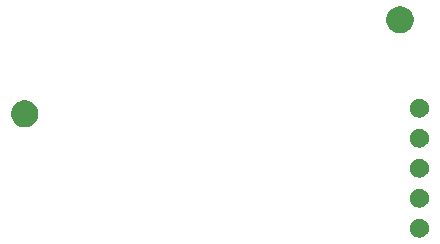
<source format=gbr>
G04 #@! TF.GenerationSoftware,KiCad,Pcbnew,5.0.1-33cea8e~68~ubuntu16.04.1*
G04 #@! TF.CreationDate,2019-02-13T12:33:41-05:00*
G04 #@! TF.ProjectId,RS485SPIConverter,5253343835535049436F6E7665727465,rev?*
G04 #@! TF.SameCoordinates,Original*
G04 #@! TF.FileFunction,Soldermask,Bot*
G04 #@! TF.FilePolarity,Negative*
%FSLAX46Y46*%
G04 Gerber Fmt 4.6, Leading zero omitted, Abs format (unit mm)*
G04 Created by KiCad (PCBNEW 5.0.1-33cea8e~68~ubuntu16.04.1) date Wed 13 Feb 2019 12:33:41 PM EST*
%MOMM*%
%LPD*%
G01*
G04 APERTURE LIST*
%ADD10C,0.100000*%
G04 APERTURE END LIST*
D10*
G36*
X35793643Y-21073781D02*
X35939415Y-21134162D01*
X36070611Y-21221824D01*
X36182176Y-21333389D01*
X36269838Y-21464585D01*
X36330219Y-21610357D01*
X36361000Y-21765107D01*
X36361000Y-21922893D01*
X36330219Y-22077643D01*
X36269838Y-22223415D01*
X36182176Y-22354611D01*
X36070611Y-22466176D01*
X35939415Y-22553838D01*
X35793643Y-22614219D01*
X35638893Y-22645000D01*
X35481107Y-22645000D01*
X35326357Y-22614219D01*
X35180585Y-22553838D01*
X35049389Y-22466176D01*
X34937824Y-22354611D01*
X34850162Y-22223415D01*
X34789781Y-22077643D01*
X34759000Y-21922893D01*
X34759000Y-21765107D01*
X34789781Y-21610357D01*
X34850162Y-21464585D01*
X34937824Y-21333389D01*
X35049389Y-21221824D01*
X35180585Y-21134162D01*
X35326357Y-21073781D01*
X35481107Y-21043000D01*
X35638893Y-21043000D01*
X35793643Y-21073781D01*
X35793643Y-21073781D01*
G37*
G36*
X35793643Y-18533781D02*
X35939415Y-18594162D01*
X36070611Y-18681824D01*
X36182176Y-18793389D01*
X36269838Y-18924585D01*
X36330219Y-19070357D01*
X36361000Y-19225107D01*
X36361000Y-19382893D01*
X36330219Y-19537643D01*
X36269838Y-19683415D01*
X36182176Y-19814611D01*
X36070611Y-19926176D01*
X35939415Y-20013838D01*
X35793643Y-20074219D01*
X35638893Y-20105000D01*
X35481107Y-20105000D01*
X35326357Y-20074219D01*
X35180585Y-20013838D01*
X35049389Y-19926176D01*
X34937824Y-19814611D01*
X34850162Y-19683415D01*
X34789781Y-19537643D01*
X34759000Y-19382893D01*
X34759000Y-19225107D01*
X34789781Y-19070357D01*
X34850162Y-18924585D01*
X34937824Y-18793389D01*
X35049389Y-18681824D01*
X35180585Y-18594162D01*
X35326357Y-18533781D01*
X35481107Y-18503000D01*
X35638893Y-18503000D01*
X35793643Y-18533781D01*
X35793643Y-18533781D01*
G37*
G36*
X35793643Y-15993781D02*
X35939415Y-16054162D01*
X36070611Y-16141824D01*
X36182176Y-16253389D01*
X36269838Y-16384585D01*
X36330219Y-16530357D01*
X36361000Y-16685107D01*
X36361000Y-16842893D01*
X36330219Y-16997643D01*
X36269838Y-17143415D01*
X36182176Y-17274611D01*
X36070611Y-17386176D01*
X35939415Y-17473838D01*
X35793643Y-17534219D01*
X35638893Y-17565000D01*
X35481107Y-17565000D01*
X35326357Y-17534219D01*
X35180585Y-17473838D01*
X35049389Y-17386176D01*
X34937824Y-17274611D01*
X34850162Y-17143415D01*
X34789781Y-16997643D01*
X34759000Y-16842893D01*
X34759000Y-16685107D01*
X34789781Y-16530357D01*
X34850162Y-16384585D01*
X34937824Y-16253389D01*
X35049389Y-16141824D01*
X35180585Y-16054162D01*
X35326357Y-15993781D01*
X35481107Y-15963000D01*
X35638893Y-15963000D01*
X35793643Y-15993781D01*
X35793643Y-15993781D01*
G37*
G36*
X35793643Y-13453781D02*
X35939415Y-13514162D01*
X36070611Y-13601824D01*
X36182176Y-13713389D01*
X36269838Y-13844585D01*
X36330219Y-13990357D01*
X36361000Y-14145107D01*
X36361000Y-14302893D01*
X36330219Y-14457643D01*
X36269838Y-14603415D01*
X36182176Y-14734611D01*
X36070611Y-14846176D01*
X35939415Y-14933838D01*
X35793643Y-14994219D01*
X35638893Y-15025000D01*
X35481107Y-15025000D01*
X35326357Y-14994219D01*
X35180585Y-14933838D01*
X35049389Y-14846176D01*
X34937824Y-14734611D01*
X34850162Y-14603415D01*
X34789781Y-14457643D01*
X34759000Y-14302893D01*
X34759000Y-14145107D01*
X34789781Y-13990357D01*
X34850162Y-13844585D01*
X34937824Y-13713389D01*
X35049389Y-13601824D01*
X35180585Y-13514162D01*
X35326357Y-13453781D01*
X35481107Y-13423000D01*
X35638893Y-13423000D01*
X35793643Y-13453781D01*
X35793643Y-13453781D01*
G37*
G36*
X2469334Y-11059832D02*
X2678802Y-11146596D01*
X2867323Y-11272562D01*
X3027638Y-11432877D01*
X3153604Y-11621398D01*
X3240368Y-11830866D01*
X3284600Y-12053235D01*
X3284600Y-12279965D01*
X3240368Y-12502334D01*
X3153604Y-12711802D01*
X3027638Y-12900323D01*
X2867323Y-13060638D01*
X2678802Y-13186604D01*
X2469334Y-13273368D01*
X2246965Y-13317600D01*
X2020235Y-13317600D01*
X1797866Y-13273368D01*
X1588398Y-13186604D01*
X1399877Y-13060638D01*
X1239562Y-12900323D01*
X1113596Y-12711802D01*
X1026832Y-12502334D01*
X982600Y-12279965D01*
X982600Y-12053235D01*
X1026832Y-11830866D01*
X1113596Y-11621398D01*
X1239562Y-11432877D01*
X1399877Y-11272562D01*
X1588398Y-11146596D01*
X1797866Y-11059832D01*
X2020235Y-11015600D01*
X2246965Y-11015600D01*
X2469334Y-11059832D01*
X2469334Y-11059832D01*
G37*
G36*
X35793643Y-10913781D02*
X35939415Y-10974162D01*
X36070611Y-11061824D01*
X36182176Y-11173389D01*
X36269838Y-11304585D01*
X36330219Y-11450357D01*
X36361000Y-11605107D01*
X36361000Y-11762893D01*
X36330219Y-11917643D01*
X36269838Y-12063415D01*
X36182176Y-12194611D01*
X36070611Y-12306176D01*
X35939415Y-12393838D01*
X35793643Y-12454219D01*
X35638893Y-12485000D01*
X35481107Y-12485000D01*
X35326357Y-12454219D01*
X35180585Y-12393838D01*
X35049389Y-12306176D01*
X34937824Y-12194611D01*
X34850162Y-12063415D01*
X34789781Y-11917643D01*
X34759000Y-11762893D01*
X34759000Y-11605107D01*
X34789781Y-11450357D01*
X34850162Y-11304585D01*
X34937824Y-11173389D01*
X35049389Y-11061824D01*
X35180585Y-10974162D01*
X35326357Y-10913781D01*
X35481107Y-10883000D01*
X35638893Y-10883000D01*
X35793643Y-10913781D01*
X35793643Y-10913781D01*
G37*
G36*
X34244734Y-3084232D02*
X34454202Y-3170996D01*
X34642723Y-3296962D01*
X34803038Y-3457277D01*
X34929004Y-3645798D01*
X35015768Y-3855266D01*
X35060000Y-4077635D01*
X35060000Y-4304365D01*
X35015768Y-4526734D01*
X34929004Y-4736202D01*
X34803038Y-4924723D01*
X34642723Y-5085038D01*
X34454202Y-5211004D01*
X34244734Y-5297768D01*
X34022365Y-5342000D01*
X33795635Y-5342000D01*
X33573266Y-5297768D01*
X33363798Y-5211004D01*
X33175277Y-5085038D01*
X33014962Y-4924723D01*
X32888996Y-4736202D01*
X32802232Y-4526734D01*
X32758000Y-4304365D01*
X32758000Y-4077635D01*
X32802232Y-3855266D01*
X32888996Y-3645798D01*
X33014962Y-3457277D01*
X33175277Y-3296962D01*
X33363798Y-3170996D01*
X33573266Y-3084232D01*
X33795635Y-3040000D01*
X34022365Y-3040000D01*
X34244734Y-3084232D01*
X34244734Y-3084232D01*
G37*
M02*

</source>
